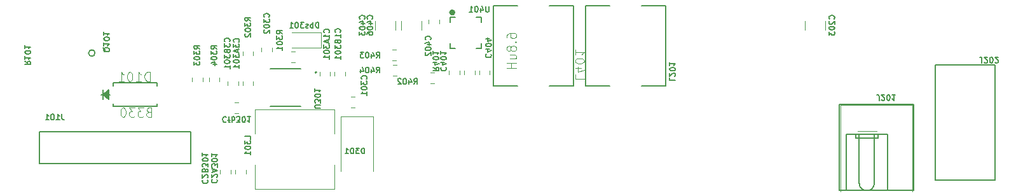
<source format=gbo>
G04 #@! TF.GenerationSoftware,KiCad,Pcbnew,(5.1.5)-3*
G04 #@! TF.CreationDate,2020-06-07T00:53:48-04:00*
G04 #@! TF.ProjectId,PowerBoth,506f7765-7242-46f7-9468-2e6b69636164,rev?*
G04 #@! TF.SameCoordinates,Original*
G04 #@! TF.FileFunction,Legend,Bot*
G04 #@! TF.FilePolarity,Positive*
%FSLAX46Y46*%
G04 Gerber Fmt 4.6, Leading zero omitted, Abs format (unit mm)*
G04 Created by KiCad (PCBNEW (5.1.5)-3) date 2020-06-07 00:53:48*
%MOMM*%
%LPD*%
G04 APERTURE LIST*
%ADD10C,0.001000*%
%ADD11C,0.127000*%
%ADD12C,0.406400*%
%ADD13C,0.152400*%
%ADD14C,0.120000*%
%ADD15C,0.200000*%
%ADD16C,0.130000*%
%ADD17C,0.076200*%
G04 APERTURE END LIST*
D10*
X263445206Y-145851209D02*
X263445206Y-134351209D01*
X263445206Y-134351209D02*
X253945206Y-134351209D01*
X253945206Y-134351209D02*
X253945206Y-145851209D01*
X256195206Y-137851209D02*
X258695206Y-137851209D01*
D11*
X201900000Y-123350000D02*
X201900000Y-122650000D01*
X201900000Y-122650000D02*
X202600000Y-122650000D01*
X201900000Y-126150000D02*
X201900000Y-126850000D01*
X201900000Y-126850000D02*
X202600000Y-126850000D01*
X205400000Y-122650000D02*
X206100000Y-122650000D01*
X206100000Y-122650000D02*
X206100000Y-123350000D01*
X205400000Y-126850000D02*
X206100000Y-126850000D01*
X206100000Y-126850000D02*
X206100000Y-126150000D01*
D12*
X202400000Y-122050000D02*
G75*
G03X202400000Y-122050000I-200000J0D01*
G01*
D13*
X223166525Y-131785399D02*
X219966125Y-131785399D01*
X227433725Y-121117399D02*
X230634125Y-121117399D01*
X219966125Y-121117399D02*
X223166525Y-121117399D01*
X219966125Y-131785399D02*
X219966125Y-121117399D01*
X230634125Y-131785399D02*
X227433725Y-131785399D01*
X230634125Y-121117399D02*
X230634125Y-131785399D01*
D11*
X254650125Y-138251399D02*
X254650125Y-145751399D01*
X260150125Y-138251399D02*
X254700125Y-138251399D01*
X260150125Y-145751399D02*
X260150125Y-138251399D01*
X255900125Y-138251399D02*
X256400125Y-138251399D01*
X255900125Y-138751399D02*
X255900125Y-138251399D01*
X258900125Y-138751399D02*
X255900125Y-138751399D01*
X258900125Y-138251399D02*
X258900125Y-138751399D01*
X258400125Y-138251399D02*
X258900125Y-138251399D01*
X256400125Y-138251399D02*
X256400125Y-144751399D01*
X258400125Y-138251399D02*
X256400125Y-138251399D01*
X258400125Y-144751399D02*
X258400125Y-138251399D01*
X258400125Y-144751399D02*
G75*
G02X256400125Y-144751399I-1000000J0D01*
G01*
X253700125Y-134251399D02*
X253700125Y-145751399D01*
X263600125Y-134251399D02*
X253700125Y-134251399D01*
X263600125Y-145751399D02*
X263600125Y-134251399D01*
X260150125Y-145751399D02*
X263600125Y-145751399D01*
X254650125Y-145751399D02*
X260150125Y-145751399D01*
X253700125Y-145751399D02*
X254650125Y-145751399D01*
X266536415Y-144368709D02*
X266536415Y-129068709D01*
X274486415Y-129068709D02*
X266536415Y-129068709D01*
X274486415Y-144368709D02*
X274486415Y-129068709D01*
X266536415Y-144368709D02*
X274486415Y-144368709D01*
D14*
X249140000Y-124352064D02*
X249140000Y-123147936D01*
X251860000Y-124352064D02*
X251860000Y-123147936D01*
X188738748Y-133290000D02*
X189261252Y-133290000D01*
X188738748Y-134710000D02*
X189261252Y-134710000D01*
X178210000Y-127236252D02*
X178210000Y-126713748D01*
X176790000Y-127236252D02*
X176790000Y-126713748D01*
X203790000Y-129763748D02*
X203790000Y-130286252D01*
X205210000Y-129763748D02*
X205210000Y-130286252D01*
X207210000Y-129763748D02*
X207210000Y-130286252D01*
X205790000Y-129763748D02*
X205790000Y-130286252D01*
X200460000Y-123511252D02*
X200460000Y-122988748D01*
X199040000Y-123511252D02*
X199040000Y-122988748D01*
X198110000Y-124352064D02*
X198110000Y-123147936D01*
X195390000Y-124352064D02*
X195390000Y-123147936D01*
X191890000Y-124352064D02*
X191890000Y-123147936D01*
X194610000Y-124352064D02*
X194610000Y-123147936D01*
X185960000Y-130511252D02*
X185960000Y-129988748D01*
X184540000Y-130511252D02*
X184540000Y-129988748D01*
X186540000Y-130511252D02*
X186540000Y-129988748D01*
X187960000Y-130511252D02*
X187960000Y-129988748D01*
X174710000Y-142988748D02*
X174710000Y-143511252D01*
X173290000Y-142988748D02*
X173290000Y-143511252D01*
X171290000Y-142988748D02*
X171290000Y-143511252D01*
X172710000Y-142988748D02*
X172710000Y-143511252D01*
X175710000Y-131761252D02*
X175710000Y-131238748D01*
X174290000Y-131761252D02*
X174290000Y-131238748D01*
X172290000Y-131761252D02*
X172290000Y-131238748D01*
X173710000Y-131761252D02*
X173710000Y-131238748D01*
X173761252Y-135460000D02*
X173238748Y-135460000D01*
X173761252Y-134040000D02*
X173238748Y-134040000D01*
X184750000Y-124750000D02*
X184750000Y-126750000D01*
X184750000Y-126750000D02*
X180850000Y-126750000D01*
X184750000Y-124750000D02*
X180850000Y-124750000D01*
X181236252Y-128710000D02*
X180713748Y-128710000D01*
X181236252Y-127290000D02*
X180713748Y-127290000D01*
X175710000Y-127238748D02*
X175710000Y-127761252D01*
X174290000Y-127238748D02*
X174290000Y-127761252D01*
X167540000Y-130738748D02*
X167540000Y-131261252D01*
X168960000Y-130738748D02*
X168960000Y-131261252D01*
X169790000Y-131261252D02*
X169790000Y-130738748D01*
X171210000Y-131261252D02*
X171210000Y-130738748D01*
X203210000Y-130286252D02*
X203210000Y-129763748D01*
X201790000Y-130286252D02*
X201790000Y-129763748D01*
X199263748Y-131460000D02*
X199786252Y-131460000D01*
X199263748Y-130040000D02*
X199786252Y-130040000D01*
X194761252Y-127040000D02*
X194238748Y-127040000D01*
X194761252Y-128460000D02*
X194238748Y-128460000D01*
X194263748Y-129040000D02*
X194786252Y-129040000D01*
X194263748Y-130460000D02*
X194786252Y-130460000D01*
X187350000Y-135900000D02*
X191650000Y-135900000D01*
X191650000Y-135900000D02*
X191650000Y-143200000D01*
X187350000Y-135900000D02*
X187350000Y-143200000D01*
X175950000Y-142350000D02*
X175950000Y-145550000D01*
X175950000Y-145550000D02*
X186550000Y-145550000D01*
X186550000Y-145550000D02*
X186550000Y-142350000D01*
X186550000Y-138150000D02*
X186550000Y-134950000D01*
X186550000Y-134950000D02*
X175950000Y-134950000D01*
X175950000Y-134950000D02*
X175950000Y-138150000D01*
D15*
X184140000Y-130020000D02*
G75*
G03X184140000Y-130020000I-100000J0D01*
G01*
D11*
X178000000Y-129500000D02*
X182000000Y-129500000D01*
X182000000Y-134500000D02*
X178000000Y-134500000D01*
D13*
X156621800Y-133000000D02*
X155682000Y-133000000D01*
X155682000Y-133000000D02*
X155428000Y-133000000D01*
X155682000Y-133635000D02*
X155682000Y-133000000D01*
X155682000Y-133000000D02*
X155682000Y-132365000D01*
X155682000Y-133000000D02*
X156444000Y-133635000D01*
X155682000Y-133000000D02*
X156444000Y-133508000D01*
X155682000Y-133000000D02*
X156444000Y-133381000D01*
X155682000Y-133000000D02*
X156444000Y-133254000D01*
X155682000Y-133000000D02*
X156444000Y-133127000D01*
X155682000Y-133000000D02*
X156444000Y-132365000D01*
X155682000Y-133000000D02*
X156444000Y-132492000D01*
X155682000Y-133000000D02*
X156444000Y-132619000D01*
X155682000Y-133000000D02*
X156444000Y-132746000D01*
X155682000Y-133000000D02*
X156444000Y-132873000D01*
X156444000Y-133635000D02*
X156444000Y-132365000D01*
X157079000Y-131425200D02*
X162921000Y-131425200D01*
X162921000Y-131425200D02*
X162921000Y-131831600D01*
X162921000Y-134574800D02*
X157079000Y-134574800D01*
X157079000Y-134574800D02*
X157079000Y-134168400D01*
X157079000Y-131831600D02*
X157079000Y-131425200D01*
X162921000Y-134168400D02*
X162921000Y-134574800D01*
D11*
X147204560Y-142115001D02*
X147204560Y-137925001D01*
X167394560Y-142115001D02*
X167394560Y-137925001D01*
X147204560Y-142115001D02*
X167394560Y-142115001D01*
X147204560Y-137925001D02*
X167394560Y-137925001D01*
X154624262Y-127450000D02*
G75*
G03X154624262Y-127450000I-424262J0D01*
G01*
D13*
X218334000Y-121166000D02*
X218334000Y-131834000D01*
X218334000Y-131834000D02*
X215133600Y-131834000D01*
X207666000Y-131834000D02*
X207666000Y-121166000D01*
X207666000Y-121166000D02*
X210866400Y-121166000D01*
X215133600Y-121166000D02*
X218334000Y-121166000D01*
X210866400Y-131834000D02*
X207666000Y-131834000D01*
D16*
X207084500Y-121214285D02*
X207084500Y-121821428D01*
X207048785Y-121892857D01*
X207013071Y-121928571D01*
X206941642Y-121964285D01*
X206798785Y-121964285D01*
X206727357Y-121928571D01*
X206691642Y-121892857D01*
X206655928Y-121821428D01*
X206655928Y-121214285D01*
X205977357Y-121464285D02*
X205977357Y-121964285D01*
X206155928Y-121178571D02*
X206334500Y-121714285D01*
X205870214Y-121714285D01*
X205441642Y-121214285D02*
X205370214Y-121214285D01*
X205298785Y-121250000D01*
X205263071Y-121285714D01*
X205227357Y-121357142D01*
X205191642Y-121500000D01*
X205191642Y-121678571D01*
X205227357Y-121821428D01*
X205263071Y-121892857D01*
X205298785Y-121928571D01*
X205370214Y-121964285D01*
X205441642Y-121964285D01*
X205513071Y-121928571D01*
X205548785Y-121892857D01*
X205584500Y-121821428D01*
X205620214Y-121678571D01*
X205620214Y-121500000D01*
X205584500Y-121357142D01*
X205548785Y-121285714D01*
X205513071Y-121250000D01*
X205441642Y-121214285D01*
X204477357Y-121964285D02*
X204905928Y-121964285D01*
X204691642Y-121964285D02*
X204691642Y-121214285D01*
X204763071Y-121321428D01*
X204834500Y-121392857D01*
X204905928Y-121428571D01*
X231160714Y-130739285D02*
X231160714Y-131096428D01*
X231910714Y-131096428D01*
X231839285Y-130525000D02*
X231875000Y-130489285D01*
X231910714Y-130417857D01*
X231910714Y-130239285D01*
X231875000Y-130167857D01*
X231839285Y-130132142D01*
X231767857Y-130096428D01*
X231696428Y-130096428D01*
X231589285Y-130132142D01*
X231160714Y-130560714D01*
X231160714Y-130096428D01*
X231910714Y-129632142D02*
X231910714Y-129560714D01*
X231875000Y-129489285D01*
X231839285Y-129453571D01*
X231767857Y-129417857D01*
X231625000Y-129382142D01*
X231446428Y-129382142D01*
X231303571Y-129417857D01*
X231232142Y-129453571D01*
X231196428Y-129489285D01*
X231160714Y-129560714D01*
X231160714Y-129632142D01*
X231196428Y-129703571D01*
X231232142Y-129739285D01*
X231303571Y-129775000D01*
X231446428Y-129810714D01*
X231625000Y-129810714D01*
X231767857Y-129775000D01*
X231839285Y-129739285D01*
X231875000Y-129703571D01*
X231910714Y-129632142D01*
X231160714Y-128667857D02*
X231160714Y-129096428D01*
X231160714Y-128882142D02*
X231910714Y-128882142D01*
X231803571Y-128953571D01*
X231732142Y-129025000D01*
X231696428Y-129096428D01*
X259035714Y-133760714D02*
X259035714Y-133225000D01*
X259000000Y-133117857D01*
X258928571Y-133046428D01*
X258821428Y-133010714D01*
X258750000Y-133010714D01*
X259357142Y-133689285D02*
X259392857Y-133725000D01*
X259464285Y-133760714D01*
X259642857Y-133760714D01*
X259714285Y-133725000D01*
X259750000Y-133689285D01*
X259785714Y-133617857D01*
X259785714Y-133546428D01*
X259750000Y-133439285D01*
X259321428Y-133010714D01*
X259785714Y-133010714D01*
X260250000Y-133760714D02*
X260321428Y-133760714D01*
X260392857Y-133725000D01*
X260428571Y-133689285D01*
X260464285Y-133617857D01*
X260500000Y-133475000D01*
X260500000Y-133296428D01*
X260464285Y-133153571D01*
X260428571Y-133082142D01*
X260392857Y-133046428D01*
X260321428Y-133010714D01*
X260250000Y-133010714D01*
X260178571Y-133046428D01*
X260142857Y-133082142D01*
X260107142Y-133153571D01*
X260071428Y-133296428D01*
X260071428Y-133475000D01*
X260107142Y-133617857D01*
X260142857Y-133689285D01*
X260178571Y-133725000D01*
X260250000Y-133760714D01*
X261214285Y-133010714D02*
X260785714Y-133010714D01*
X261000000Y-133010714D02*
X261000000Y-133760714D01*
X260928571Y-133653571D01*
X260857142Y-133582142D01*
X260785714Y-133546428D01*
X272735714Y-128760714D02*
X272735714Y-128225000D01*
X272700000Y-128117857D01*
X272628571Y-128046428D01*
X272521428Y-128010714D01*
X272450000Y-128010714D01*
X273057142Y-128689285D02*
X273092857Y-128725000D01*
X273164285Y-128760714D01*
X273342857Y-128760714D01*
X273414285Y-128725000D01*
X273450000Y-128689285D01*
X273485714Y-128617857D01*
X273485714Y-128546428D01*
X273450000Y-128439285D01*
X273021428Y-128010714D01*
X273485714Y-128010714D01*
X273950000Y-128760714D02*
X274021428Y-128760714D01*
X274092857Y-128725000D01*
X274128571Y-128689285D01*
X274164285Y-128617857D01*
X274200000Y-128475000D01*
X274200000Y-128296428D01*
X274164285Y-128153571D01*
X274128571Y-128082142D01*
X274092857Y-128046428D01*
X274021428Y-128010714D01*
X273950000Y-128010714D01*
X273878571Y-128046428D01*
X273842857Y-128082142D01*
X273807142Y-128153571D01*
X273771428Y-128296428D01*
X273771428Y-128475000D01*
X273807142Y-128617857D01*
X273842857Y-128689285D01*
X273878571Y-128725000D01*
X273950000Y-128760714D01*
X274485714Y-128689285D02*
X274521428Y-128725000D01*
X274592857Y-128760714D01*
X274771428Y-128760714D01*
X274842857Y-128725000D01*
X274878571Y-128689285D01*
X274914285Y-128617857D01*
X274914285Y-128546428D01*
X274878571Y-128439285D01*
X274450000Y-128010714D01*
X274914285Y-128010714D01*
X253047857Y-122910714D02*
X253083571Y-122875000D01*
X253119285Y-122767857D01*
X253119285Y-122696428D01*
X253083571Y-122589285D01*
X253012142Y-122517857D01*
X252940714Y-122482142D01*
X252797857Y-122446428D01*
X252690714Y-122446428D01*
X252547857Y-122482142D01*
X252476428Y-122517857D01*
X252405000Y-122589285D01*
X252369285Y-122696428D01*
X252369285Y-122767857D01*
X252405000Y-122875000D01*
X252440714Y-122910714D01*
X252440714Y-123196428D02*
X252405000Y-123232142D01*
X252369285Y-123303571D01*
X252369285Y-123482142D01*
X252405000Y-123553571D01*
X252440714Y-123589285D01*
X252512142Y-123625000D01*
X252583571Y-123625000D01*
X252690714Y-123589285D01*
X253119285Y-123160714D01*
X253119285Y-123625000D01*
X252369285Y-124089285D02*
X252369285Y-124160714D01*
X252405000Y-124232142D01*
X252440714Y-124267857D01*
X252512142Y-124303571D01*
X252655000Y-124339285D01*
X252833571Y-124339285D01*
X252976428Y-124303571D01*
X253047857Y-124267857D01*
X253083571Y-124232142D01*
X253119285Y-124160714D01*
X253119285Y-124089285D01*
X253083571Y-124017857D01*
X253047857Y-123982142D01*
X252976428Y-123946428D01*
X252833571Y-123910714D01*
X252655000Y-123910714D01*
X252512142Y-123946428D01*
X252440714Y-123982142D01*
X252405000Y-124017857D01*
X252369285Y-124089285D01*
X252369285Y-124589285D02*
X252369285Y-125053571D01*
X252655000Y-124803571D01*
X252655000Y-124910714D01*
X252690714Y-124982142D01*
X252726428Y-125017857D01*
X252797857Y-125053571D01*
X252976428Y-125053571D01*
X253047857Y-125017857D01*
X253083571Y-124982142D01*
X253119285Y-124910714D01*
X253119285Y-124696428D01*
X253083571Y-124625000D01*
X253047857Y-124589285D01*
X190767857Y-130910714D02*
X190803571Y-130875000D01*
X190839285Y-130767857D01*
X190839285Y-130696428D01*
X190803571Y-130589285D01*
X190732142Y-130517857D01*
X190660714Y-130482142D01*
X190517857Y-130446428D01*
X190410714Y-130446428D01*
X190267857Y-130482142D01*
X190196428Y-130517857D01*
X190125000Y-130589285D01*
X190089285Y-130696428D01*
X190089285Y-130767857D01*
X190125000Y-130875000D01*
X190160714Y-130910714D01*
X190089285Y-131160714D02*
X190089285Y-131625000D01*
X190375000Y-131375000D01*
X190375000Y-131482142D01*
X190410714Y-131553571D01*
X190446428Y-131589285D01*
X190517857Y-131625000D01*
X190696428Y-131625000D01*
X190767857Y-131589285D01*
X190803571Y-131553571D01*
X190839285Y-131482142D01*
X190839285Y-131267857D01*
X190803571Y-131196428D01*
X190767857Y-131160714D01*
X190089285Y-132089285D02*
X190089285Y-132160714D01*
X190125000Y-132232142D01*
X190160714Y-132267857D01*
X190232142Y-132303571D01*
X190375000Y-132339285D01*
X190553571Y-132339285D01*
X190696428Y-132303571D01*
X190767857Y-132267857D01*
X190803571Y-132232142D01*
X190839285Y-132160714D01*
X190839285Y-132089285D01*
X190803571Y-132017857D01*
X190767857Y-131982142D01*
X190696428Y-131946428D01*
X190553571Y-131910714D01*
X190375000Y-131910714D01*
X190232142Y-131946428D01*
X190160714Y-131982142D01*
X190125000Y-132017857D01*
X190089285Y-132089285D01*
X190839285Y-133053571D02*
X190839285Y-132625000D01*
X190839285Y-132839285D02*
X190089285Y-132839285D01*
X190196428Y-132767857D01*
X190267857Y-132696428D01*
X190303571Y-132625000D01*
X177767857Y-122660714D02*
X177803571Y-122625000D01*
X177839285Y-122517857D01*
X177839285Y-122446428D01*
X177803571Y-122339285D01*
X177732142Y-122267857D01*
X177660714Y-122232142D01*
X177517857Y-122196428D01*
X177410714Y-122196428D01*
X177267857Y-122232142D01*
X177196428Y-122267857D01*
X177125000Y-122339285D01*
X177089285Y-122446428D01*
X177089285Y-122517857D01*
X177125000Y-122625000D01*
X177160714Y-122660714D01*
X177089285Y-122910714D02*
X177089285Y-123375000D01*
X177375000Y-123125000D01*
X177375000Y-123232142D01*
X177410714Y-123303571D01*
X177446428Y-123339285D01*
X177517857Y-123375000D01*
X177696428Y-123375000D01*
X177767857Y-123339285D01*
X177803571Y-123303571D01*
X177839285Y-123232142D01*
X177839285Y-123017857D01*
X177803571Y-122946428D01*
X177767857Y-122910714D01*
X177089285Y-123839285D02*
X177089285Y-123910714D01*
X177125000Y-123982142D01*
X177160714Y-124017857D01*
X177232142Y-124053571D01*
X177375000Y-124089285D01*
X177553571Y-124089285D01*
X177696428Y-124053571D01*
X177767857Y-124017857D01*
X177803571Y-123982142D01*
X177839285Y-123910714D01*
X177839285Y-123839285D01*
X177803571Y-123767857D01*
X177767857Y-123732142D01*
X177696428Y-123696428D01*
X177553571Y-123660714D01*
X177375000Y-123660714D01*
X177232142Y-123696428D01*
X177160714Y-123732142D01*
X177125000Y-123767857D01*
X177089285Y-123839285D01*
X177160714Y-124375000D02*
X177125000Y-124410714D01*
X177089285Y-124482142D01*
X177089285Y-124660714D01*
X177125000Y-124732142D01*
X177160714Y-124767857D01*
X177232142Y-124803571D01*
X177303571Y-124803571D01*
X177410714Y-124767857D01*
X177839285Y-124339285D01*
X177839285Y-124803571D01*
X200732142Y-129339285D02*
X200696428Y-129375000D01*
X200660714Y-129482142D01*
X200660714Y-129553571D01*
X200696428Y-129660714D01*
X200767857Y-129732142D01*
X200839285Y-129767857D01*
X200982142Y-129803571D01*
X201089285Y-129803571D01*
X201232142Y-129767857D01*
X201303571Y-129732142D01*
X201375000Y-129660714D01*
X201410714Y-129553571D01*
X201410714Y-129482142D01*
X201375000Y-129375000D01*
X201339285Y-129339285D01*
X201160714Y-128696428D02*
X200660714Y-128696428D01*
X201446428Y-128875000D02*
X200910714Y-129053571D01*
X200910714Y-128589285D01*
X201410714Y-128160714D02*
X201410714Y-128089285D01*
X201375000Y-128017857D01*
X201339285Y-127982142D01*
X201267857Y-127946428D01*
X201125000Y-127910714D01*
X200946428Y-127910714D01*
X200803571Y-127946428D01*
X200732142Y-127982142D01*
X200696428Y-128017857D01*
X200660714Y-128089285D01*
X200660714Y-128160714D01*
X200696428Y-128232142D01*
X200732142Y-128267857D01*
X200803571Y-128303571D01*
X200946428Y-128339285D01*
X201125000Y-128339285D01*
X201267857Y-128303571D01*
X201339285Y-128267857D01*
X201375000Y-128232142D01*
X201410714Y-128160714D01*
X200660714Y-127196428D02*
X200660714Y-127625000D01*
X200660714Y-127410714D02*
X201410714Y-127410714D01*
X201303571Y-127482142D01*
X201232142Y-127553571D01*
X201196428Y-127625000D01*
X206732142Y-127589285D02*
X206696428Y-127625000D01*
X206660714Y-127732142D01*
X206660714Y-127803571D01*
X206696428Y-127910714D01*
X206767857Y-127982142D01*
X206839285Y-128017857D01*
X206982142Y-128053571D01*
X207089285Y-128053571D01*
X207232142Y-128017857D01*
X207303571Y-127982142D01*
X207375000Y-127910714D01*
X207410714Y-127803571D01*
X207410714Y-127732142D01*
X207375000Y-127625000D01*
X207339285Y-127589285D01*
X207160714Y-126946428D02*
X206660714Y-126946428D01*
X207446428Y-127125000D02*
X206910714Y-127303571D01*
X206910714Y-126839285D01*
X207410714Y-126410714D02*
X207410714Y-126339285D01*
X207375000Y-126267857D01*
X207339285Y-126232142D01*
X207267857Y-126196428D01*
X207125000Y-126160714D01*
X206946428Y-126160714D01*
X206803571Y-126196428D01*
X206732142Y-126232142D01*
X206696428Y-126267857D01*
X206660714Y-126339285D01*
X206660714Y-126410714D01*
X206696428Y-126482142D01*
X206732142Y-126517857D01*
X206803571Y-126553571D01*
X206946428Y-126589285D01*
X207125000Y-126589285D01*
X207267857Y-126553571D01*
X207339285Y-126517857D01*
X207375000Y-126482142D01*
X207410714Y-126410714D01*
X207160714Y-125517857D02*
X206660714Y-125517857D01*
X207446428Y-125696428D02*
X206910714Y-125875000D01*
X206910714Y-125410714D01*
X199267857Y-125660714D02*
X199303571Y-125625000D01*
X199339285Y-125517857D01*
X199339285Y-125446428D01*
X199303571Y-125339285D01*
X199232142Y-125267857D01*
X199160714Y-125232142D01*
X199017857Y-125196428D01*
X198910714Y-125196428D01*
X198767857Y-125232142D01*
X198696428Y-125267857D01*
X198625000Y-125339285D01*
X198589285Y-125446428D01*
X198589285Y-125517857D01*
X198625000Y-125625000D01*
X198660714Y-125660714D01*
X198839285Y-126303571D02*
X199339285Y-126303571D01*
X198553571Y-126125000D02*
X199089285Y-125946428D01*
X199089285Y-126410714D01*
X198589285Y-126839285D02*
X198589285Y-126910714D01*
X198625000Y-126982142D01*
X198660714Y-127017857D01*
X198732142Y-127053571D01*
X198875000Y-127089285D01*
X199053571Y-127089285D01*
X199196428Y-127053571D01*
X199267857Y-127017857D01*
X199303571Y-126982142D01*
X199339285Y-126910714D01*
X199339285Y-126839285D01*
X199303571Y-126767857D01*
X199267857Y-126732142D01*
X199196428Y-126696428D01*
X199053571Y-126660714D01*
X198875000Y-126660714D01*
X198732142Y-126696428D01*
X198660714Y-126732142D01*
X198625000Y-126767857D01*
X198589285Y-126839285D01*
X198660714Y-127375000D02*
X198625000Y-127410714D01*
X198589285Y-127482142D01*
X198589285Y-127660714D01*
X198625000Y-127732142D01*
X198660714Y-127767857D01*
X198732142Y-127803571D01*
X198803571Y-127803571D01*
X198910714Y-127767857D01*
X199339285Y-127339285D01*
X199339285Y-127803571D01*
X191517857Y-122910714D02*
X191553571Y-122875000D01*
X191589285Y-122767857D01*
X191589285Y-122696428D01*
X191553571Y-122589285D01*
X191482142Y-122517857D01*
X191410714Y-122482142D01*
X191267857Y-122446428D01*
X191160714Y-122446428D01*
X191017857Y-122482142D01*
X190946428Y-122517857D01*
X190875000Y-122589285D01*
X190839285Y-122696428D01*
X190839285Y-122767857D01*
X190875000Y-122875000D01*
X190910714Y-122910714D01*
X191089285Y-123553571D02*
X191589285Y-123553571D01*
X190803571Y-123375000D02*
X191339285Y-123196428D01*
X191339285Y-123660714D01*
X190839285Y-124089285D02*
X190839285Y-124160714D01*
X190875000Y-124232142D01*
X190910714Y-124267857D01*
X190982142Y-124303571D01*
X191125000Y-124339285D01*
X191303571Y-124339285D01*
X191446428Y-124303571D01*
X191517857Y-124267857D01*
X191553571Y-124232142D01*
X191589285Y-124160714D01*
X191589285Y-124089285D01*
X191553571Y-124017857D01*
X191517857Y-123982142D01*
X191446428Y-123946428D01*
X191303571Y-123910714D01*
X191125000Y-123910714D01*
X190982142Y-123946428D01*
X190910714Y-123982142D01*
X190875000Y-124017857D01*
X190839285Y-124089285D01*
X190839285Y-124982142D02*
X190839285Y-124839285D01*
X190875000Y-124767857D01*
X190910714Y-124732142D01*
X191017857Y-124660714D01*
X191160714Y-124625000D01*
X191446428Y-124625000D01*
X191517857Y-124660714D01*
X191553571Y-124696428D01*
X191589285Y-124767857D01*
X191589285Y-124910714D01*
X191553571Y-124982142D01*
X191517857Y-125017857D01*
X191446428Y-125053571D01*
X191267857Y-125053571D01*
X191196428Y-125017857D01*
X191160714Y-124982142D01*
X191125000Y-124910714D01*
X191125000Y-124767857D01*
X191160714Y-124696428D01*
X191196428Y-124660714D01*
X191267857Y-124625000D01*
X190517857Y-122910714D02*
X190553571Y-122875000D01*
X190589285Y-122767857D01*
X190589285Y-122696428D01*
X190553571Y-122589285D01*
X190482142Y-122517857D01*
X190410714Y-122482142D01*
X190267857Y-122446428D01*
X190160714Y-122446428D01*
X190017857Y-122482142D01*
X189946428Y-122517857D01*
X189875000Y-122589285D01*
X189839285Y-122696428D01*
X189839285Y-122767857D01*
X189875000Y-122875000D01*
X189910714Y-122910714D01*
X190089285Y-123553571D02*
X190589285Y-123553571D01*
X189803571Y-123375000D02*
X190339285Y-123196428D01*
X190339285Y-123660714D01*
X189839285Y-124089285D02*
X189839285Y-124160714D01*
X189875000Y-124232142D01*
X189910714Y-124267857D01*
X189982142Y-124303571D01*
X190125000Y-124339285D01*
X190303571Y-124339285D01*
X190446428Y-124303571D01*
X190517857Y-124267857D01*
X190553571Y-124232142D01*
X190589285Y-124160714D01*
X190589285Y-124089285D01*
X190553571Y-124017857D01*
X190517857Y-123982142D01*
X190446428Y-123946428D01*
X190303571Y-123910714D01*
X190125000Y-123910714D01*
X189982142Y-123946428D01*
X189910714Y-123982142D01*
X189875000Y-124017857D01*
X189839285Y-124089285D01*
X189839285Y-124589285D02*
X189839285Y-125053571D01*
X190125000Y-124803571D01*
X190125000Y-124910714D01*
X190160714Y-124982142D01*
X190196428Y-125017857D01*
X190267857Y-125053571D01*
X190446428Y-125053571D01*
X190517857Y-125017857D01*
X190553571Y-124982142D01*
X190589285Y-124910714D01*
X190589285Y-124696428D01*
X190553571Y-124625000D01*
X190517857Y-124589285D01*
X185767857Y-124732142D02*
X185803571Y-124696428D01*
X185839285Y-124589285D01*
X185839285Y-124517857D01*
X185803571Y-124410714D01*
X185732142Y-124339285D01*
X185660714Y-124303571D01*
X185517857Y-124267857D01*
X185410714Y-124267857D01*
X185267857Y-124303571D01*
X185196428Y-124339285D01*
X185125000Y-124410714D01*
X185089285Y-124517857D01*
X185089285Y-124589285D01*
X185125000Y-124696428D01*
X185160714Y-124732142D01*
X185839285Y-125446428D02*
X185839285Y-125017857D01*
X185839285Y-125232142D02*
X185089285Y-125232142D01*
X185196428Y-125160714D01*
X185267857Y-125089285D01*
X185303571Y-125017857D01*
X185625000Y-125732142D02*
X185625000Y-126089285D01*
X185839285Y-125660714D02*
X185089285Y-125910714D01*
X185839285Y-126160714D01*
X185089285Y-126339285D02*
X185089285Y-126803571D01*
X185375000Y-126553571D01*
X185375000Y-126660714D01*
X185410714Y-126732142D01*
X185446428Y-126767857D01*
X185517857Y-126803571D01*
X185696428Y-126803571D01*
X185767857Y-126767857D01*
X185803571Y-126732142D01*
X185839285Y-126660714D01*
X185839285Y-126446428D01*
X185803571Y-126375000D01*
X185767857Y-126339285D01*
X185089285Y-127267857D02*
X185089285Y-127339285D01*
X185125000Y-127410714D01*
X185160714Y-127446428D01*
X185232142Y-127482142D01*
X185375000Y-127517857D01*
X185553571Y-127517857D01*
X185696428Y-127482142D01*
X185767857Y-127446428D01*
X185803571Y-127410714D01*
X185839285Y-127339285D01*
X185839285Y-127267857D01*
X185803571Y-127196428D01*
X185767857Y-127160714D01*
X185696428Y-127125000D01*
X185553571Y-127089285D01*
X185375000Y-127089285D01*
X185232142Y-127125000D01*
X185160714Y-127160714D01*
X185125000Y-127196428D01*
X185089285Y-127267857D01*
X185839285Y-128232142D02*
X185839285Y-127803571D01*
X185839285Y-128017857D02*
X185089285Y-128017857D01*
X185196428Y-127946428D01*
X185267857Y-127875000D01*
X185303571Y-127803571D01*
X187267857Y-124678571D02*
X187303571Y-124642857D01*
X187339285Y-124535714D01*
X187339285Y-124464285D01*
X187303571Y-124357142D01*
X187232142Y-124285714D01*
X187160714Y-124250000D01*
X187017857Y-124214285D01*
X186910714Y-124214285D01*
X186767857Y-124250000D01*
X186696428Y-124285714D01*
X186625000Y-124357142D01*
X186589285Y-124464285D01*
X186589285Y-124535714D01*
X186625000Y-124642857D01*
X186660714Y-124678571D01*
X187339285Y-125392857D02*
X187339285Y-124964285D01*
X187339285Y-125178571D02*
X186589285Y-125178571D01*
X186696428Y-125107142D01*
X186767857Y-125035714D01*
X186803571Y-124964285D01*
X186946428Y-125964285D02*
X186982142Y-126071428D01*
X187017857Y-126107142D01*
X187089285Y-126142857D01*
X187196428Y-126142857D01*
X187267857Y-126107142D01*
X187303571Y-126071428D01*
X187339285Y-126000000D01*
X187339285Y-125714285D01*
X186589285Y-125714285D01*
X186589285Y-125964285D01*
X186625000Y-126035714D01*
X186660714Y-126071428D01*
X186732142Y-126107142D01*
X186803571Y-126107142D01*
X186875000Y-126071428D01*
X186910714Y-126035714D01*
X186946428Y-125964285D01*
X186946428Y-125714285D01*
X186589285Y-126392857D02*
X186589285Y-126857142D01*
X186875000Y-126607142D01*
X186875000Y-126714285D01*
X186910714Y-126785714D01*
X186946428Y-126821428D01*
X187017857Y-126857142D01*
X187196428Y-126857142D01*
X187267857Y-126821428D01*
X187303571Y-126785714D01*
X187339285Y-126714285D01*
X187339285Y-126500000D01*
X187303571Y-126428571D01*
X187267857Y-126392857D01*
X186589285Y-127321428D02*
X186589285Y-127392857D01*
X186625000Y-127464285D01*
X186660714Y-127500000D01*
X186732142Y-127535714D01*
X186875000Y-127571428D01*
X187053571Y-127571428D01*
X187196428Y-127535714D01*
X187267857Y-127500000D01*
X187303571Y-127464285D01*
X187339285Y-127392857D01*
X187339285Y-127321428D01*
X187303571Y-127250000D01*
X187267857Y-127214285D01*
X187196428Y-127178571D01*
X187053571Y-127142857D01*
X186875000Y-127142857D01*
X186732142Y-127178571D01*
X186660714Y-127214285D01*
X186625000Y-127250000D01*
X186589285Y-127321428D01*
X187339285Y-128285714D02*
X187339285Y-127857142D01*
X187339285Y-128071428D02*
X186589285Y-128071428D01*
X186696428Y-128000000D01*
X186767857Y-127928571D01*
X186803571Y-127857142D01*
X170232142Y-144267857D02*
X170196428Y-144303571D01*
X170160714Y-144410714D01*
X170160714Y-144482142D01*
X170196428Y-144589285D01*
X170267857Y-144660714D01*
X170339285Y-144696428D01*
X170482142Y-144732142D01*
X170589285Y-144732142D01*
X170732142Y-144696428D01*
X170803571Y-144660714D01*
X170875000Y-144589285D01*
X170910714Y-144482142D01*
X170910714Y-144410714D01*
X170875000Y-144303571D01*
X170839285Y-144267857D01*
X170839285Y-143982142D02*
X170875000Y-143946428D01*
X170910714Y-143875000D01*
X170910714Y-143696428D01*
X170875000Y-143625000D01*
X170839285Y-143589285D01*
X170767857Y-143553571D01*
X170696428Y-143553571D01*
X170589285Y-143589285D01*
X170160714Y-144017857D01*
X170160714Y-143553571D01*
X170375000Y-143267857D02*
X170375000Y-142910714D01*
X170160714Y-143339285D02*
X170910714Y-143089285D01*
X170160714Y-142839285D01*
X170910714Y-142660714D02*
X170910714Y-142196428D01*
X170625000Y-142446428D01*
X170625000Y-142339285D01*
X170589285Y-142267857D01*
X170553571Y-142232142D01*
X170482142Y-142196428D01*
X170303571Y-142196428D01*
X170232142Y-142232142D01*
X170196428Y-142267857D01*
X170160714Y-142339285D01*
X170160714Y-142553571D01*
X170196428Y-142625000D01*
X170232142Y-142660714D01*
X170910714Y-141732142D02*
X170910714Y-141660714D01*
X170875000Y-141589285D01*
X170839285Y-141553571D01*
X170767857Y-141517857D01*
X170625000Y-141482142D01*
X170446428Y-141482142D01*
X170303571Y-141517857D01*
X170232142Y-141553571D01*
X170196428Y-141589285D01*
X170160714Y-141660714D01*
X170160714Y-141732142D01*
X170196428Y-141803571D01*
X170232142Y-141839285D01*
X170303571Y-141875000D01*
X170446428Y-141910714D01*
X170625000Y-141910714D01*
X170767857Y-141875000D01*
X170839285Y-141839285D01*
X170875000Y-141803571D01*
X170910714Y-141732142D01*
X170160714Y-140767857D02*
X170160714Y-141196428D01*
X170160714Y-140982142D02*
X170910714Y-140982142D01*
X170803571Y-141053571D01*
X170732142Y-141125000D01*
X170696428Y-141196428D01*
X168982142Y-144321428D02*
X168946428Y-144357142D01*
X168910714Y-144464285D01*
X168910714Y-144535714D01*
X168946428Y-144642857D01*
X169017857Y-144714285D01*
X169089285Y-144750000D01*
X169232142Y-144785714D01*
X169339285Y-144785714D01*
X169482142Y-144750000D01*
X169553571Y-144714285D01*
X169625000Y-144642857D01*
X169660714Y-144535714D01*
X169660714Y-144464285D01*
X169625000Y-144357142D01*
X169589285Y-144321428D01*
X169589285Y-144035714D02*
X169625000Y-144000000D01*
X169660714Y-143928571D01*
X169660714Y-143750000D01*
X169625000Y-143678571D01*
X169589285Y-143642857D01*
X169517857Y-143607142D01*
X169446428Y-143607142D01*
X169339285Y-143642857D01*
X168910714Y-144071428D01*
X168910714Y-143607142D01*
X169303571Y-143035714D02*
X169267857Y-142928571D01*
X169232142Y-142892857D01*
X169160714Y-142857142D01*
X169053571Y-142857142D01*
X168982142Y-142892857D01*
X168946428Y-142928571D01*
X168910714Y-143000000D01*
X168910714Y-143285714D01*
X169660714Y-143285714D01*
X169660714Y-143035714D01*
X169625000Y-142964285D01*
X169589285Y-142928571D01*
X169517857Y-142892857D01*
X169446428Y-142892857D01*
X169375000Y-142928571D01*
X169339285Y-142964285D01*
X169303571Y-143035714D01*
X169303571Y-143285714D01*
X169660714Y-142607142D02*
X169660714Y-142142857D01*
X169375000Y-142392857D01*
X169375000Y-142285714D01*
X169339285Y-142214285D01*
X169303571Y-142178571D01*
X169232142Y-142142857D01*
X169053571Y-142142857D01*
X168982142Y-142178571D01*
X168946428Y-142214285D01*
X168910714Y-142285714D01*
X168910714Y-142500000D01*
X168946428Y-142571428D01*
X168982142Y-142607142D01*
X169660714Y-141678571D02*
X169660714Y-141607142D01*
X169625000Y-141535714D01*
X169589285Y-141500000D01*
X169517857Y-141464285D01*
X169375000Y-141428571D01*
X169196428Y-141428571D01*
X169053571Y-141464285D01*
X168982142Y-141500000D01*
X168946428Y-141535714D01*
X168910714Y-141607142D01*
X168910714Y-141678571D01*
X168946428Y-141750000D01*
X168982142Y-141785714D01*
X169053571Y-141821428D01*
X169196428Y-141857142D01*
X169375000Y-141857142D01*
X169517857Y-141821428D01*
X169589285Y-141785714D01*
X169625000Y-141750000D01*
X169660714Y-141678571D01*
X168910714Y-140714285D02*
X168910714Y-141142857D01*
X168910714Y-140928571D02*
X169660714Y-140928571D01*
X169553571Y-141000000D01*
X169482142Y-141071428D01*
X169446428Y-141142857D01*
X173767857Y-125982142D02*
X173803571Y-125946428D01*
X173839285Y-125839285D01*
X173839285Y-125767857D01*
X173803571Y-125660714D01*
X173732142Y-125589285D01*
X173660714Y-125553571D01*
X173517857Y-125517857D01*
X173410714Y-125517857D01*
X173267857Y-125553571D01*
X173196428Y-125589285D01*
X173125000Y-125660714D01*
X173089285Y-125767857D01*
X173089285Y-125839285D01*
X173125000Y-125946428D01*
X173160714Y-125982142D01*
X173089285Y-126232142D02*
X173089285Y-126696428D01*
X173375000Y-126446428D01*
X173375000Y-126553571D01*
X173410714Y-126625000D01*
X173446428Y-126660714D01*
X173517857Y-126696428D01*
X173696428Y-126696428D01*
X173767857Y-126660714D01*
X173803571Y-126625000D01*
X173839285Y-126553571D01*
X173839285Y-126339285D01*
X173803571Y-126267857D01*
X173767857Y-126232142D01*
X173625000Y-126982142D02*
X173625000Y-127339285D01*
X173839285Y-126910714D02*
X173089285Y-127160714D01*
X173839285Y-127410714D01*
X173089285Y-127589285D02*
X173089285Y-128053571D01*
X173375000Y-127803571D01*
X173375000Y-127910714D01*
X173410714Y-127982142D01*
X173446428Y-128017857D01*
X173517857Y-128053571D01*
X173696428Y-128053571D01*
X173767857Y-128017857D01*
X173803571Y-127982142D01*
X173839285Y-127910714D01*
X173839285Y-127696428D01*
X173803571Y-127625000D01*
X173767857Y-127589285D01*
X173089285Y-128517857D02*
X173089285Y-128589285D01*
X173125000Y-128660714D01*
X173160714Y-128696428D01*
X173232142Y-128732142D01*
X173375000Y-128767857D01*
X173553571Y-128767857D01*
X173696428Y-128732142D01*
X173767857Y-128696428D01*
X173803571Y-128660714D01*
X173839285Y-128589285D01*
X173839285Y-128517857D01*
X173803571Y-128446428D01*
X173767857Y-128410714D01*
X173696428Y-128375000D01*
X173553571Y-128339285D01*
X173375000Y-128339285D01*
X173232142Y-128375000D01*
X173160714Y-128410714D01*
X173125000Y-128446428D01*
X173089285Y-128517857D01*
X173839285Y-129482142D02*
X173839285Y-129053571D01*
X173839285Y-129267857D02*
X173089285Y-129267857D01*
X173196428Y-129196428D01*
X173267857Y-129125000D01*
X173303571Y-129053571D01*
X172517857Y-125928571D02*
X172553571Y-125892857D01*
X172589285Y-125785714D01*
X172589285Y-125714285D01*
X172553571Y-125607142D01*
X172482142Y-125535714D01*
X172410714Y-125500000D01*
X172267857Y-125464285D01*
X172160714Y-125464285D01*
X172017857Y-125500000D01*
X171946428Y-125535714D01*
X171875000Y-125607142D01*
X171839285Y-125714285D01*
X171839285Y-125785714D01*
X171875000Y-125892857D01*
X171910714Y-125928571D01*
X171839285Y-126178571D02*
X171839285Y-126642857D01*
X172125000Y-126392857D01*
X172125000Y-126500000D01*
X172160714Y-126571428D01*
X172196428Y-126607142D01*
X172267857Y-126642857D01*
X172446428Y-126642857D01*
X172517857Y-126607142D01*
X172553571Y-126571428D01*
X172589285Y-126500000D01*
X172589285Y-126285714D01*
X172553571Y-126214285D01*
X172517857Y-126178571D01*
X172196428Y-127214285D02*
X172232142Y-127321428D01*
X172267857Y-127357142D01*
X172339285Y-127392857D01*
X172446428Y-127392857D01*
X172517857Y-127357142D01*
X172553571Y-127321428D01*
X172589285Y-127250000D01*
X172589285Y-126964285D01*
X171839285Y-126964285D01*
X171839285Y-127214285D01*
X171875000Y-127285714D01*
X171910714Y-127321428D01*
X171982142Y-127357142D01*
X172053571Y-127357142D01*
X172125000Y-127321428D01*
X172160714Y-127285714D01*
X172196428Y-127214285D01*
X172196428Y-126964285D01*
X171839285Y-127642857D02*
X171839285Y-128107142D01*
X172125000Y-127857142D01*
X172125000Y-127964285D01*
X172160714Y-128035714D01*
X172196428Y-128071428D01*
X172267857Y-128107142D01*
X172446428Y-128107142D01*
X172517857Y-128071428D01*
X172553571Y-128035714D01*
X172589285Y-127964285D01*
X172589285Y-127750000D01*
X172553571Y-127678571D01*
X172517857Y-127642857D01*
X171839285Y-128571428D02*
X171839285Y-128642857D01*
X171875000Y-128714285D01*
X171910714Y-128750000D01*
X171982142Y-128785714D01*
X172125000Y-128821428D01*
X172303571Y-128821428D01*
X172446428Y-128785714D01*
X172517857Y-128750000D01*
X172553571Y-128714285D01*
X172589285Y-128642857D01*
X172589285Y-128571428D01*
X172553571Y-128500000D01*
X172517857Y-128464285D01*
X172446428Y-128428571D01*
X172303571Y-128392857D01*
X172125000Y-128392857D01*
X171982142Y-128428571D01*
X171910714Y-128464285D01*
X171875000Y-128500000D01*
X171839285Y-128571428D01*
X172589285Y-129535714D02*
X172589285Y-129107142D01*
X172589285Y-129321428D02*
X171839285Y-129321428D01*
X171946428Y-129250000D01*
X172017857Y-129178571D01*
X172053571Y-129107142D01*
X172107142Y-135982142D02*
X172071428Y-135946428D01*
X171964285Y-135910714D01*
X171892857Y-135910714D01*
X171785714Y-135946428D01*
X171714285Y-136017857D01*
X171678571Y-136089285D01*
X171642857Y-136232142D01*
X171642857Y-136339285D01*
X171678571Y-136482142D01*
X171714285Y-136553571D01*
X171785714Y-136625000D01*
X171892857Y-136660714D01*
X171964285Y-136660714D01*
X172071428Y-136625000D01*
X172107142Y-136589285D01*
X172321428Y-136410714D02*
X172607142Y-136410714D01*
X172428571Y-135910714D02*
X172428571Y-136553571D01*
X172464285Y-136625000D01*
X172535714Y-136660714D01*
X172607142Y-136660714D01*
X172857142Y-135910714D02*
X172857142Y-136660714D01*
X172857142Y-136375000D02*
X172928571Y-136410714D01*
X173071428Y-136410714D01*
X173142857Y-136375000D01*
X173178571Y-136339285D01*
X173214285Y-136267857D01*
X173214285Y-136053571D01*
X173178571Y-135982142D01*
X173142857Y-135946428D01*
X173071428Y-135910714D01*
X172928571Y-135910714D01*
X172857142Y-135946428D01*
X173464285Y-136660714D02*
X173928571Y-136660714D01*
X173678571Y-136375000D01*
X173785714Y-136375000D01*
X173857142Y-136339285D01*
X173892857Y-136303571D01*
X173928571Y-136232142D01*
X173928571Y-136053571D01*
X173892857Y-135982142D01*
X173857142Y-135946428D01*
X173785714Y-135910714D01*
X173571428Y-135910714D01*
X173500000Y-135946428D01*
X173464285Y-135982142D01*
X174392857Y-136660714D02*
X174464285Y-136660714D01*
X174535714Y-136625000D01*
X174571428Y-136589285D01*
X174607142Y-136517857D01*
X174642857Y-136375000D01*
X174642857Y-136196428D01*
X174607142Y-136053571D01*
X174571428Y-135982142D01*
X174535714Y-135946428D01*
X174464285Y-135910714D01*
X174392857Y-135910714D01*
X174321428Y-135946428D01*
X174285714Y-135982142D01*
X174250000Y-136053571D01*
X174214285Y-136196428D01*
X174214285Y-136375000D01*
X174250000Y-136517857D01*
X174285714Y-136589285D01*
X174321428Y-136625000D01*
X174392857Y-136660714D01*
X175357142Y-135910714D02*
X174928571Y-135910714D01*
X175142857Y-135910714D02*
X175142857Y-136660714D01*
X175071428Y-136553571D01*
X175000000Y-136482142D01*
X174928571Y-136446428D01*
X184410714Y-124089285D02*
X184410714Y-123339285D01*
X184232142Y-123339285D01*
X184125000Y-123375000D01*
X184053571Y-123446428D01*
X184017857Y-123517857D01*
X183982142Y-123660714D01*
X183982142Y-123767857D01*
X184017857Y-123910714D01*
X184053571Y-123982142D01*
X184125000Y-124053571D01*
X184232142Y-124089285D01*
X184410714Y-124089285D01*
X183660714Y-124089285D02*
X183660714Y-123339285D01*
X183660714Y-123625000D02*
X183589285Y-123589285D01*
X183446428Y-123589285D01*
X183375000Y-123625000D01*
X183339285Y-123660714D01*
X183303571Y-123732142D01*
X183303571Y-123946428D01*
X183339285Y-124017857D01*
X183375000Y-124053571D01*
X183446428Y-124089285D01*
X183589285Y-124089285D01*
X183660714Y-124053571D01*
X183017857Y-124053571D02*
X182946428Y-124089285D01*
X182803571Y-124089285D01*
X182732142Y-124053571D01*
X182696428Y-123982142D01*
X182696428Y-123946428D01*
X182732142Y-123875000D01*
X182803571Y-123839285D01*
X182910714Y-123839285D01*
X182982142Y-123803571D01*
X183017857Y-123732142D01*
X183017857Y-123696428D01*
X182982142Y-123625000D01*
X182910714Y-123589285D01*
X182803571Y-123589285D01*
X182732142Y-123625000D01*
X182446428Y-123339285D02*
X181982142Y-123339285D01*
X182232142Y-123625000D01*
X182125000Y-123625000D01*
X182053571Y-123660714D01*
X182017857Y-123696428D01*
X181982142Y-123767857D01*
X181982142Y-123946428D01*
X182017857Y-124017857D01*
X182053571Y-124053571D01*
X182125000Y-124089285D01*
X182339285Y-124089285D01*
X182410714Y-124053571D01*
X182446428Y-124017857D01*
X181517857Y-123339285D02*
X181446428Y-123339285D01*
X181375000Y-123375000D01*
X181339285Y-123410714D01*
X181303571Y-123482142D01*
X181267857Y-123625000D01*
X181267857Y-123803571D01*
X181303571Y-123946428D01*
X181339285Y-124017857D01*
X181375000Y-124053571D01*
X181446428Y-124089285D01*
X181517857Y-124089285D01*
X181589285Y-124053571D01*
X181625000Y-124017857D01*
X181660714Y-123946428D01*
X181696428Y-123803571D01*
X181696428Y-123625000D01*
X181660714Y-123482142D01*
X181625000Y-123410714D01*
X181589285Y-123375000D01*
X181517857Y-123339285D01*
X180553571Y-124089285D02*
X180982142Y-124089285D01*
X180767857Y-124089285D02*
X180767857Y-123339285D01*
X180839285Y-123446428D01*
X180910714Y-123517857D01*
X180982142Y-123553571D01*
X179589285Y-124910714D02*
X179232142Y-124660714D01*
X179589285Y-124482142D02*
X178839285Y-124482142D01*
X178839285Y-124767857D01*
X178875000Y-124839285D01*
X178910714Y-124875000D01*
X178982142Y-124910714D01*
X179089285Y-124910714D01*
X179160714Y-124875000D01*
X179196428Y-124839285D01*
X179232142Y-124767857D01*
X179232142Y-124482142D01*
X178839285Y-125160714D02*
X178839285Y-125625000D01*
X179125000Y-125375000D01*
X179125000Y-125482142D01*
X179160714Y-125553571D01*
X179196428Y-125589285D01*
X179267857Y-125625000D01*
X179446428Y-125625000D01*
X179517857Y-125589285D01*
X179553571Y-125553571D01*
X179589285Y-125482142D01*
X179589285Y-125267857D01*
X179553571Y-125196428D01*
X179517857Y-125160714D01*
X178839285Y-126089285D02*
X178839285Y-126160714D01*
X178875000Y-126232142D01*
X178910714Y-126267857D01*
X178982142Y-126303571D01*
X179125000Y-126339285D01*
X179303571Y-126339285D01*
X179446428Y-126303571D01*
X179517857Y-126267857D01*
X179553571Y-126232142D01*
X179589285Y-126160714D01*
X179589285Y-126089285D01*
X179553571Y-126017857D01*
X179517857Y-125982142D01*
X179446428Y-125946428D01*
X179303571Y-125910714D01*
X179125000Y-125910714D01*
X178982142Y-125946428D01*
X178910714Y-125982142D01*
X178875000Y-126017857D01*
X178839285Y-126089285D01*
X179589285Y-127053571D02*
X179589285Y-126625000D01*
X179589285Y-126839285D02*
X178839285Y-126839285D01*
X178946428Y-126767857D01*
X179017857Y-126696428D01*
X179053571Y-126625000D01*
X175339285Y-123160714D02*
X174982142Y-122910714D01*
X175339285Y-122732142D02*
X174589285Y-122732142D01*
X174589285Y-123017857D01*
X174625000Y-123089285D01*
X174660714Y-123125000D01*
X174732142Y-123160714D01*
X174839285Y-123160714D01*
X174910714Y-123125000D01*
X174946428Y-123089285D01*
X174982142Y-123017857D01*
X174982142Y-122732142D01*
X174589285Y-123410714D02*
X174589285Y-123875000D01*
X174875000Y-123625000D01*
X174875000Y-123732142D01*
X174910714Y-123803571D01*
X174946428Y-123839285D01*
X175017857Y-123875000D01*
X175196428Y-123875000D01*
X175267857Y-123839285D01*
X175303571Y-123803571D01*
X175339285Y-123732142D01*
X175339285Y-123517857D01*
X175303571Y-123446428D01*
X175267857Y-123410714D01*
X174589285Y-124339285D02*
X174589285Y-124410714D01*
X174625000Y-124482142D01*
X174660714Y-124517857D01*
X174732142Y-124553571D01*
X174875000Y-124589285D01*
X175053571Y-124589285D01*
X175196428Y-124553571D01*
X175267857Y-124517857D01*
X175303571Y-124482142D01*
X175339285Y-124410714D01*
X175339285Y-124339285D01*
X175303571Y-124267857D01*
X175267857Y-124232142D01*
X175196428Y-124196428D01*
X175053571Y-124160714D01*
X174875000Y-124160714D01*
X174732142Y-124196428D01*
X174660714Y-124232142D01*
X174625000Y-124267857D01*
X174589285Y-124339285D01*
X174660714Y-124875000D02*
X174625000Y-124910714D01*
X174589285Y-124982142D01*
X174589285Y-125160714D01*
X174625000Y-125232142D01*
X174660714Y-125267857D01*
X174732142Y-125303571D01*
X174803571Y-125303571D01*
X174910714Y-125267857D01*
X175339285Y-124839285D01*
X175339285Y-125303571D01*
X168589285Y-126910714D02*
X168232142Y-126660714D01*
X168589285Y-126482142D02*
X167839285Y-126482142D01*
X167839285Y-126767857D01*
X167875000Y-126839285D01*
X167910714Y-126875000D01*
X167982142Y-126910714D01*
X168089285Y-126910714D01*
X168160714Y-126875000D01*
X168196428Y-126839285D01*
X168232142Y-126767857D01*
X168232142Y-126482142D01*
X167839285Y-127160714D02*
X167839285Y-127625000D01*
X168125000Y-127375000D01*
X168125000Y-127482142D01*
X168160714Y-127553571D01*
X168196428Y-127589285D01*
X168267857Y-127625000D01*
X168446428Y-127625000D01*
X168517857Y-127589285D01*
X168553571Y-127553571D01*
X168589285Y-127482142D01*
X168589285Y-127267857D01*
X168553571Y-127196428D01*
X168517857Y-127160714D01*
X167839285Y-128089285D02*
X167839285Y-128160714D01*
X167875000Y-128232142D01*
X167910714Y-128267857D01*
X167982142Y-128303571D01*
X168125000Y-128339285D01*
X168303571Y-128339285D01*
X168446428Y-128303571D01*
X168517857Y-128267857D01*
X168553571Y-128232142D01*
X168589285Y-128160714D01*
X168589285Y-128089285D01*
X168553571Y-128017857D01*
X168517857Y-127982142D01*
X168446428Y-127946428D01*
X168303571Y-127910714D01*
X168125000Y-127910714D01*
X167982142Y-127946428D01*
X167910714Y-127982142D01*
X167875000Y-128017857D01*
X167839285Y-128089285D01*
X167839285Y-128589285D02*
X167839285Y-129053571D01*
X168125000Y-128803571D01*
X168125000Y-128910714D01*
X168160714Y-128982142D01*
X168196428Y-129017857D01*
X168267857Y-129053571D01*
X168446428Y-129053571D01*
X168517857Y-129017857D01*
X168553571Y-128982142D01*
X168589285Y-128910714D01*
X168589285Y-128696428D01*
X168553571Y-128625000D01*
X168517857Y-128589285D01*
X170839285Y-126910714D02*
X170482142Y-126660714D01*
X170839285Y-126482142D02*
X170089285Y-126482142D01*
X170089285Y-126767857D01*
X170125000Y-126839285D01*
X170160714Y-126875000D01*
X170232142Y-126910714D01*
X170339285Y-126910714D01*
X170410714Y-126875000D01*
X170446428Y-126839285D01*
X170482142Y-126767857D01*
X170482142Y-126482142D01*
X170089285Y-127160714D02*
X170089285Y-127625000D01*
X170375000Y-127375000D01*
X170375000Y-127482142D01*
X170410714Y-127553571D01*
X170446428Y-127589285D01*
X170517857Y-127625000D01*
X170696428Y-127625000D01*
X170767857Y-127589285D01*
X170803571Y-127553571D01*
X170839285Y-127482142D01*
X170839285Y-127267857D01*
X170803571Y-127196428D01*
X170767857Y-127160714D01*
X170089285Y-128089285D02*
X170089285Y-128160714D01*
X170125000Y-128232142D01*
X170160714Y-128267857D01*
X170232142Y-128303571D01*
X170375000Y-128339285D01*
X170553571Y-128339285D01*
X170696428Y-128303571D01*
X170767857Y-128267857D01*
X170803571Y-128232142D01*
X170839285Y-128160714D01*
X170839285Y-128089285D01*
X170803571Y-128017857D01*
X170767857Y-127982142D01*
X170696428Y-127946428D01*
X170553571Y-127910714D01*
X170375000Y-127910714D01*
X170232142Y-127946428D01*
X170160714Y-127982142D01*
X170125000Y-128017857D01*
X170089285Y-128089285D01*
X170339285Y-128982142D02*
X170839285Y-128982142D01*
X170053571Y-128803571D02*
X170589285Y-128625000D01*
X170589285Y-129089285D01*
X199660714Y-129339285D02*
X200017857Y-129589285D01*
X199660714Y-129767857D02*
X200410714Y-129767857D01*
X200410714Y-129482142D01*
X200375000Y-129410714D01*
X200339285Y-129375000D01*
X200267857Y-129339285D01*
X200160714Y-129339285D01*
X200089285Y-129375000D01*
X200053571Y-129410714D01*
X200017857Y-129482142D01*
X200017857Y-129767857D01*
X200160714Y-128696428D02*
X199660714Y-128696428D01*
X200446428Y-128875000D02*
X199910714Y-129053571D01*
X199910714Y-128589285D01*
X200410714Y-128160714D02*
X200410714Y-128089285D01*
X200375000Y-128017857D01*
X200339285Y-127982142D01*
X200267857Y-127946428D01*
X200125000Y-127910714D01*
X199946428Y-127910714D01*
X199803571Y-127946428D01*
X199732142Y-127982142D01*
X199696428Y-128017857D01*
X199660714Y-128089285D01*
X199660714Y-128160714D01*
X199696428Y-128232142D01*
X199732142Y-128267857D01*
X199803571Y-128303571D01*
X199946428Y-128339285D01*
X200125000Y-128339285D01*
X200267857Y-128303571D01*
X200339285Y-128267857D01*
X200375000Y-128232142D01*
X200410714Y-128160714D01*
X199660714Y-127196428D02*
X199660714Y-127625000D01*
X199660714Y-127410714D02*
X200410714Y-127410714D01*
X200303571Y-127482142D01*
X200232142Y-127553571D01*
X200196428Y-127625000D01*
X197089285Y-131589285D02*
X197339285Y-131232142D01*
X197517857Y-131589285D02*
X197517857Y-130839285D01*
X197232142Y-130839285D01*
X197160714Y-130875000D01*
X197125000Y-130910714D01*
X197089285Y-130982142D01*
X197089285Y-131089285D01*
X197125000Y-131160714D01*
X197160714Y-131196428D01*
X197232142Y-131232142D01*
X197517857Y-131232142D01*
X196446428Y-131089285D02*
X196446428Y-131589285D01*
X196625000Y-130803571D02*
X196803571Y-131339285D01*
X196339285Y-131339285D01*
X195910714Y-130839285D02*
X195839285Y-130839285D01*
X195767857Y-130875000D01*
X195732142Y-130910714D01*
X195696428Y-130982142D01*
X195660714Y-131125000D01*
X195660714Y-131303571D01*
X195696428Y-131446428D01*
X195732142Y-131517857D01*
X195767857Y-131553571D01*
X195839285Y-131589285D01*
X195910714Y-131589285D01*
X195982142Y-131553571D01*
X196017857Y-131517857D01*
X196053571Y-131446428D01*
X196089285Y-131303571D01*
X196089285Y-131125000D01*
X196053571Y-130982142D01*
X196017857Y-130910714D01*
X195982142Y-130875000D01*
X195910714Y-130839285D01*
X195375000Y-130910714D02*
X195339285Y-130875000D01*
X195267857Y-130839285D01*
X195089285Y-130839285D01*
X195017857Y-130875000D01*
X194982142Y-130910714D01*
X194946428Y-130982142D01*
X194946428Y-131053571D01*
X194982142Y-131160714D01*
X195410714Y-131589285D01*
X194946428Y-131589285D01*
X192089285Y-128089285D02*
X192339285Y-127732142D01*
X192517857Y-128089285D02*
X192517857Y-127339285D01*
X192232142Y-127339285D01*
X192160714Y-127375000D01*
X192125000Y-127410714D01*
X192089285Y-127482142D01*
X192089285Y-127589285D01*
X192125000Y-127660714D01*
X192160714Y-127696428D01*
X192232142Y-127732142D01*
X192517857Y-127732142D01*
X191446428Y-127589285D02*
X191446428Y-128089285D01*
X191625000Y-127303571D02*
X191803571Y-127839285D01*
X191339285Y-127839285D01*
X190910714Y-127339285D02*
X190839285Y-127339285D01*
X190767857Y-127375000D01*
X190732142Y-127410714D01*
X190696428Y-127482142D01*
X190660714Y-127625000D01*
X190660714Y-127803571D01*
X190696428Y-127946428D01*
X190732142Y-128017857D01*
X190767857Y-128053571D01*
X190839285Y-128089285D01*
X190910714Y-128089285D01*
X190982142Y-128053571D01*
X191017857Y-128017857D01*
X191053571Y-127946428D01*
X191089285Y-127803571D01*
X191089285Y-127625000D01*
X191053571Y-127482142D01*
X191017857Y-127410714D01*
X190982142Y-127375000D01*
X190910714Y-127339285D01*
X190410714Y-127339285D02*
X189946428Y-127339285D01*
X190196428Y-127625000D01*
X190089285Y-127625000D01*
X190017857Y-127660714D01*
X189982142Y-127696428D01*
X189946428Y-127767857D01*
X189946428Y-127946428D01*
X189982142Y-128017857D01*
X190017857Y-128053571D01*
X190089285Y-128089285D01*
X190303571Y-128089285D01*
X190375000Y-128053571D01*
X190410714Y-128017857D01*
X192089285Y-130089285D02*
X192339285Y-129732142D01*
X192517857Y-130089285D02*
X192517857Y-129339285D01*
X192232142Y-129339285D01*
X192160714Y-129375000D01*
X192125000Y-129410714D01*
X192089285Y-129482142D01*
X192089285Y-129589285D01*
X192125000Y-129660714D01*
X192160714Y-129696428D01*
X192232142Y-129732142D01*
X192517857Y-129732142D01*
X191446428Y-129589285D02*
X191446428Y-130089285D01*
X191625000Y-129303571D02*
X191803571Y-129839285D01*
X191339285Y-129839285D01*
X190910714Y-129339285D02*
X190839285Y-129339285D01*
X190767857Y-129375000D01*
X190732142Y-129410714D01*
X190696428Y-129482142D01*
X190660714Y-129625000D01*
X190660714Y-129803571D01*
X190696428Y-129946428D01*
X190732142Y-130017857D01*
X190767857Y-130053571D01*
X190839285Y-130089285D01*
X190910714Y-130089285D01*
X190982142Y-130053571D01*
X191017857Y-130017857D01*
X191053571Y-129946428D01*
X191089285Y-129803571D01*
X191089285Y-129625000D01*
X191053571Y-129482142D01*
X191017857Y-129410714D01*
X190982142Y-129375000D01*
X190910714Y-129339285D01*
X190017857Y-129589285D02*
X190017857Y-130089285D01*
X190196428Y-129303571D02*
X190375000Y-129839285D01*
X189910714Y-129839285D01*
X190517857Y-140839285D02*
X190517857Y-140089285D01*
X190339285Y-140089285D01*
X190232142Y-140125000D01*
X190160714Y-140196428D01*
X190125000Y-140267857D01*
X190089285Y-140410714D01*
X190089285Y-140517857D01*
X190125000Y-140660714D01*
X190160714Y-140732142D01*
X190232142Y-140803571D01*
X190339285Y-140839285D01*
X190517857Y-140839285D01*
X189839285Y-140089285D02*
X189375000Y-140089285D01*
X189625000Y-140375000D01*
X189517857Y-140375000D01*
X189446428Y-140410714D01*
X189410714Y-140446428D01*
X189375000Y-140517857D01*
X189375000Y-140696428D01*
X189410714Y-140767857D01*
X189446428Y-140803571D01*
X189517857Y-140839285D01*
X189732142Y-140839285D01*
X189803571Y-140803571D01*
X189839285Y-140767857D01*
X188910714Y-140089285D02*
X188839285Y-140089285D01*
X188767857Y-140125000D01*
X188732142Y-140160714D01*
X188696428Y-140232142D01*
X188660714Y-140375000D01*
X188660714Y-140553571D01*
X188696428Y-140696428D01*
X188732142Y-140767857D01*
X188767857Y-140803571D01*
X188839285Y-140839285D01*
X188910714Y-140839285D01*
X188982142Y-140803571D01*
X189017857Y-140767857D01*
X189053571Y-140696428D01*
X189089285Y-140553571D01*
X189089285Y-140375000D01*
X189053571Y-140232142D01*
X189017857Y-140160714D01*
X188982142Y-140125000D01*
X188910714Y-140089285D01*
X187946428Y-140839285D02*
X188375000Y-140839285D01*
X188160714Y-140839285D02*
X188160714Y-140089285D01*
X188232142Y-140196428D01*
X188303571Y-140267857D01*
X188375000Y-140303571D01*
X175339285Y-138910714D02*
X175339285Y-138553571D01*
X174589285Y-138553571D01*
X174589285Y-139089285D02*
X174589285Y-139553571D01*
X174875000Y-139303571D01*
X174875000Y-139410714D01*
X174910714Y-139482142D01*
X174946428Y-139517857D01*
X175017857Y-139553571D01*
X175196428Y-139553571D01*
X175267857Y-139517857D01*
X175303571Y-139482142D01*
X175339285Y-139410714D01*
X175339285Y-139196428D01*
X175303571Y-139125000D01*
X175267857Y-139089285D01*
X174589285Y-140017857D02*
X174589285Y-140089285D01*
X174625000Y-140160714D01*
X174660714Y-140196428D01*
X174732142Y-140232142D01*
X174875000Y-140267857D01*
X175053571Y-140267857D01*
X175196428Y-140232142D01*
X175267857Y-140196428D01*
X175303571Y-140160714D01*
X175339285Y-140089285D01*
X175339285Y-140017857D01*
X175303571Y-139946428D01*
X175267857Y-139910714D01*
X175196428Y-139875000D01*
X175053571Y-139839285D01*
X174875000Y-139839285D01*
X174732142Y-139875000D01*
X174660714Y-139910714D01*
X174625000Y-139946428D01*
X174589285Y-140017857D01*
X175339285Y-140982142D02*
X175339285Y-140553571D01*
X175339285Y-140767857D02*
X174589285Y-140767857D01*
X174696428Y-140696428D01*
X174767857Y-140625000D01*
X174803571Y-140553571D01*
X184660714Y-134785714D02*
X184053571Y-134785714D01*
X183982142Y-134750000D01*
X183946428Y-134714285D01*
X183910714Y-134642857D01*
X183910714Y-134500000D01*
X183946428Y-134428571D01*
X183982142Y-134392857D01*
X184053571Y-134357142D01*
X184660714Y-134357142D01*
X184660714Y-134071428D02*
X184660714Y-133607142D01*
X184375000Y-133857142D01*
X184375000Y-133750000D01*
X184339285Y-133678571D01*
X184303571Y-133642857D01*
X184232142Y-133607142D01*
X184053571Y-133607142D01*
X183982142Y-133642857D01*
X183946428Y-133678571D01*
X183910714Y-133750000D01*
X183910714Y-133964285D01*
X183946428Y-134035714D01*
X183982142Y-134071428D01*
X184660714Y-133142857D02*
X184660714Y-133071428D01*
X184625000Y-133000000D01*
X184589285Y-132964285D01*
X184517857Y-132928571D01*
X184375000Y-132892857D01*
X184196428Y-132892857D01*
X184053571Y-132928571D01*
X183982142Y-132964285D01*
X183946428Y-133000000D01*
X183910714Y-133071428D01*
X183910714Y-133142857D01*
X183946428Y-133214285D01*
X183982142Y-133250000D01*
X184053571Y-133285714D01*
X184196428Y-133321428D01*
X184375000Y-133321428D01*
X184517857Y-133285714D01*
X184589285Y-133250000D01*
X184625000Y-133214285D01*
X184660714Y-133142857D01*
X183910714Y-132178571D02*
X183910714Y-132607142D01*
X183910714Y-132392857D02*
X184660714Y-132392857D01*
X184553571Y-132464285D01*
X184482142Y-132535714D01*
X184446428Y-132607142D01*
D17*
X161763744Y-135310571D02*
X161591387Y-135368023D01*
X161533934Y-135425476D01*
X161476482Y-135540380D01*
X161476482Y-135712738D01*
X161533934Y-135827642D01*
X161591387Y-135885095D01*
X161706291Y-135942547D01*
X162165910Y-135942547D01*
X162165910Y-134736047D01*
X161763744Y-134736047D01*
X161648839Y-134793500D01*
X161591387Y-134850952D01*
X161533934Y-134965857D01*
X161533934Y-135080761D01*
X161591387Y-135195666D01*
X161648839Y-135253119D01*
X161763744Y-135310571D01*
X162165910Y-135310571D01*
X161074315Y-134736047D02*
X160327434Y-134736047D01*
X160729601Y-135195666D01*
X160557244Y-135195666D01*
X160442339Y-135253119D01*
X160384887Y-135310571D01*
X160327434Y-135425476D01*
X160327434Y-135712738D01*
X160384887Y-135827642D01*
X160442339Y-135885095D01*
X160557244Y-135942547D01*
X160901958Y-135942547D01*
X161016863Y-135885095D01*
X161074315Y-135827642D01*
X159925268Y-134736047D02*
X159178387Y-134736047D01*
X159580553Y-135195666D01*
X159408196Y-135195666D01*
X159293291Y-135253119D01*
X159235839Y-135310571D01*
X159178387Y-135425476D01*
X159178387Y-135712738D01*
X159235839Y-135827642D01*
X159293291Y-135885095D01*
X159408196Y-135942547D01*
X159752910Y-135942547D01*
X159867815Y-135885095D01*
X159925268Y-135827642D01*
X158431506Y-134736047D02*
X158316601Y-134736047D01*
X158201696Y-134793500D01*
X158144244Y-134850952D01*
X158086791Y-134965857D01*
X158029339Y-135195666D01*
X158029339Y-135482928D01*
X158086791Y-135712738D01*
X158144244Y-135827642D01*
X158201696Y-135885095D01*
X158316601Y-135942547D01*
X158431506Y-135942547D01*
X158546410Y-135885095D01*
X158603863Y-135827642D01*
X158661315Y-135712738D01*
X158718768Y-135482928D01*
X158718768Y-135195666D01*
X158661315Y-134965857D01*
X158603863Y-134850952D01*
X158546410Y-134793500D01*
X158431506Y-134736047D01*
X161915910Y-131192547D02*
X161915910Y-129986047D01*
X161628649Y-129986047D01*
X161456291Y-130043500D01*
X161341387Y-130158404D01*
X161283934Y-130273309D01*
X161226482Y-130503119D01*
X161226482Y-130675476D01*
X161283934Y-130905285D01*
X161341387Y-131020190D01*
X161456291Y-131135095D01*
X161628649Y-131192547D01*
X161915910Y-131192547D01*
X160077434Y-131192547D02*
X160766863Y-131192547D01*
X160422149Y-131192547D02*
X160422149Y-129986047D01*
X160537053Y-130158404D01*
X160651958Y-130273309D01*
X160766863Y-130330761D01*
X159330553Y-129986047D02*
X159215649Y-129986047D01*
X159100744Y-130043500D01*
X159043291Y-130100952D01*
X158985839Y-130215857D01*
X158928387Y-130445666D01*
X158928387Y-130732928D01*
X158985839Y-130962738D01*
X159043291Y-131077642D01*
X159100744Y-131135095D01*
X159215649Y-131192547D01*
X159330553Y-131192547D01*
X159445458Y-131135095D01*
X159502910Y-131077642D01*
X159560363Y-130962738D01*
X159617815Y-130732928D01*
X159617815Y-130445666D01*
X159560363Y-130215857D01*
X159502910Y-130100952D01*
X159445458Y-130043500D01*
X159330553Y-129986047D01*
X157779339Y-131192547D02*
X158468768Y-131192547D01*
X158124053Y-131192547D02*
X158124053Y-129986047D01*
X158238958Y-130158404D01*
X158353863Y-130273309D01*
X158468768Y-130330761D01*
D16*
X150214285Y-135589285D02*
X150214285Y-136125000D01*
X150250000Y-136232142D01*
X150321428Y-136303571D01*
X150428571Y-136339285D01*
X150500000Y-136339285D01*
X149464285Y-136339285D02*
X149892857Y-136339285D01*
X149678571Y-136339285D02*
X149678571Y-135589285D01*
X149750000Y-135696428D01*
X149821428Y-135767857D01*
X149892857Y-135803571D01*
X149000000Y-135589285D02*
X148928571Y-135589285D01*
X148857142Y-135625000D01*
X148821428Y-135660714D01*
X148785714Y-135732142D01*
X148750000Y-135875000D01*
X148750000Y-136053571D01*
X148785714Y-136196428D01*
X148821428Y-136267857D01*
X148857142Y-136303571D01*
X148928571Y-136339285D01*
X149000000Y-136339285D01*
X149071428Y-136303571D01*
X149107142Y-136267857D01*
X149142857Y-136196428D01*
X149178571Y-136053571D01*
X149178571Y-135875000D01*
X149142857Y-135732142D01*
X149107142Y-135660714D01*
X149071428Y-135625000D01*
X149000000Y-135589285D01*
X148035714Y-136339285D02*
X148464285Y-136339285D01*
X148250000Y-136339285D02*
X148250000Y-135589285D01*
X148321428Y-135696428D01*
X148392857Y-135767857D01*
X148464285Y-135803571D01*
X155714285Y-126736928D02*
X155750000Y-126808357D01*
X155821428Y-126879785D01*
X155928571Y-126986928D01*
X155964285Y-127058357D01*
X155964285Y-127129785D01*
X155785714Y-127094071D02*
X155821428Y-127165500D01*
X155892857Y-127236928D01*
X156035714Y-127272642D01*
X156285714Y-127272642D01*
X156428571Y-127236928D01*
X156500000Y-127165500D01*
X156535714Y-127094071D01*
X156535714Y-126951214D01*
X156500000Y-126879785D01*
X156428571Y-126808357D01*
X156285714Y-126772642D01*
X156035714Y-126772642D01*
X155892857Y-126808357D01*
X155821428Y-126879785D01*
X155785714Y-126951214D01*
X155785714Y-127094071D01*
X155785714Y-126058357D02*
X155785714Y-126486928D01*
X155785714Y-126272642D02*
X156535714Y-126272642D01*
X156428571Y-126344071D01*
X156357142Y-126415500D01*
X156321428Y-126486928D01*
X156535714Y-125594071D02*
X156535714Y-125522642D01*
X156500000Y-125451214D01*
X156464285Y-125415500D01*
X156392857Y-125379785D01*
X156250000Y-125344071D01*
X156071428Y-125344071D01*
X155928571Y-125379785D01*
X155857142Y-125415500D01*
X155821428Y-125451214D01*
X155785714Y-125522642D01*
X155785714Y-125594071D01*
X155821428Y-125665500D01*
X155857142Y-125701214D01*
X155928571Y-125736928D01*
X156071428Y-125772642D01*
X156250000Y-125772642D01*
X156392857Y-125736928D01*
X156464285Y-125701214D01*
X156500000Y-125665500D01*
X156535714Y-125594071D01*
X155785714Y-124629785D02*
X155785714Y-125058357D01*
X155785714Y-124844071D02*
X156535714Y-124844071D01*
X156428571Y-124915500D01*
X156357142Y-124986928D01*
X156321428Y-125058357D01*
X145285714Y-128558357D02*
X145642857Y-128808357D01*
X145285714Y-128986928D02*
X146035714Y-128986928D01*
X146035714Y-128701214D01*
X146000000Y-128629785D01*
X145964285Y-128594071D01*
X145892857Y-128558357D01*
X145785714Y-128558357D01*
X145714285Y-128594071D01*
X145678571Y-128629785D01*
X145642857Y-128701214D01*
X145642857Y-128986928D01*
X145285714Y-127844071D02*
X145285714Y-128272642D01*
X145285714Y-128058357D02*
X146035714Y-128058357D01*
X145928571Y-128129785D01*
X145857142Y-128201214D01*
X145821428Y-128272642D01*
X146035714Y-127379785D02*
X146035714Y-127308357D01*
X146000000Y-127236928D01*
X145964285Y-127201214D01*
X145892857Y-127165500D01*
X145750000Y-127129785D01*
X145571428Y-127129785D01*
X145428571Y-127165500D01*
X145357142Y-127201214D01*
X145321428Y-127236928D01*
X145285714Y-127308357D01*
X145285714Y-127379785D01*
X145321428Y-127451214D01*
X145357142Y-127486928D01*
X145428571Y-127522642D01*
X145571428Y-127558357D01*
X145750000Y-127558357D01*
X145892857Y-127522642D01*
X145964285Y-127486928D01*
X146000000Y-127451214D01*
X146035714Y-127379785D01*
X145285714Y-126415500D02*
X145285714Y-126844071D01*
X145285714Y-126629785D02*
X146035714Y-126629785D01*
X145928571Y-126701214D01*
X145857142Y-126772642D01*
X145821428Y-126844071D01*
D17*
X209486047Y-125353863D02*
X209486047Y-125124053D01*
X209543500Y-125009149D01*
X209600952Y-124951696D01*
X209773309Y-124836791D01*
X210003119Y-124779339D01*
X210462738Y-124779339D01*
X210577642Y-124836791D01*
X210635095Y-124894244D01*
X210692547Y-125009149D01*
X210692547Y-125238958D01*
X210635095Y-125353863D01*
X210577642Y-125411315D01*
X210462738Y-125468768D01*
X210175476Y-125468768D01*
X210060571Y-125411315D01*
X210003119Y-125353863D01*
X209945666Y-125238958D01*
X209945666Y-125009149D01*
X210003119Y-124894244D01*
X210060571Y-124836791D01*
X210175476Y-124779339D01*
X210577642Y-125985839D02*
X210635095Y-126043291D01*
X210692547Y-125985839D01*
X210635095Y-125928387D01*
X210577642Y-125985839D01*
X210692547Y-125985839D01*
X210003119Y-126732720D02*
X209945666Y-126617815D01*
X209888214Y-126560363D01*
X209773309Y-126502910D01*
X209715857Y-126502910D01*
X209600952Y-126560363D01*
X209543500Y-126617815D01*
X209486047Y-126732720D01*
X209486047Y-126962530D01*
X209543500Y-127077434D01*
X209600952Y-127134887D01*
X209715857Y-127192339D01*
X209773309Y-127192339D01*
X209888214Y-127134887D01*
X209945666Y-127077434D01*
X210003119Y-126962530D01*
X210003119Y-126732720D01*
X210060571Y-126617815D01*
X210118023Y-126560363D01*
X210232928Y-126502910D01*
X210462738Y-126502910D01*
X210577642Y-126560363D01*
X210635095Y-126617815D01*
X210692547Y-126732720D01*
X210692547Y-126962530D01*
X210635095Y-127077434D01*
X210577642Y-127134887D01*
X210462738Y-127192339D01*
X210232928Y-127192339D01*
X210118023Y-127134887D01*
X210060571Y-127077434D01*
X210003119Y-126962530D01*
X209888214Y-128226482D02*
X210692547Y-128226482D01*
X209888214Y-127709410D02*
X210520190Y-127709410D01*
X210635095Y-127766863D01*
X210692547Y-127881768D01*
X210692547Y-128054125D01*
X210635095Y-128169030D01*
X210577642Y-128226482D01*
X210692547Y-128801006D02*
X209486047Y-128801006D01*
X210060571Y-128801006D02*
X210060571Y-129490434D01*
X210692547Y-129490434D02*
X209486047Y-129490434D01*
X218557452Y-130338684D02*
X218557452Y-130913208D01*
X219763952Y-130913208D01*
X219361785Y-129419446D02*
X218557452Y-129419446D01*
X219821404Y-129706708D02*
X218959619Y-129993970D01*
X218959619Y-129247089D01*
X219763952Y-128557660D02*
X219763952Y-128442755D01*
X219706500Y-128327850D01*
X219649047Y-128270398D01*
X219534142Y-128212946D01*
X219304333Y-128155493D01*
X219017071Y-128155493D01*
X218787261Y-128212946D01*
X218672357Y-128270398D01*
X218614904Y-128327850D01*
X218557452Y-128442755D01*
X218557452Y-128557660D01*
X218614904Y-128672565D01*
X218672357Y-128730017D01*
X218787261Y-128787470D01*
X219017071Y-128844922D01*
X219304333Y-128844922D01*
X219534142Y-128787470D01*
X219649047Y-128730017D01*
X219706500Y-128672565D01*
X219763952Y-128557660D01*
X218557452Y-127006446D02*
X218557452Y-127695874D01*
X218557452Y-127351160D02*
X219763952Y-127351160D01*
X219591595Y-127466065D01*
X219476690Y-127580970D01*
X219419238Y-127695874D01*
M02*

</source>
